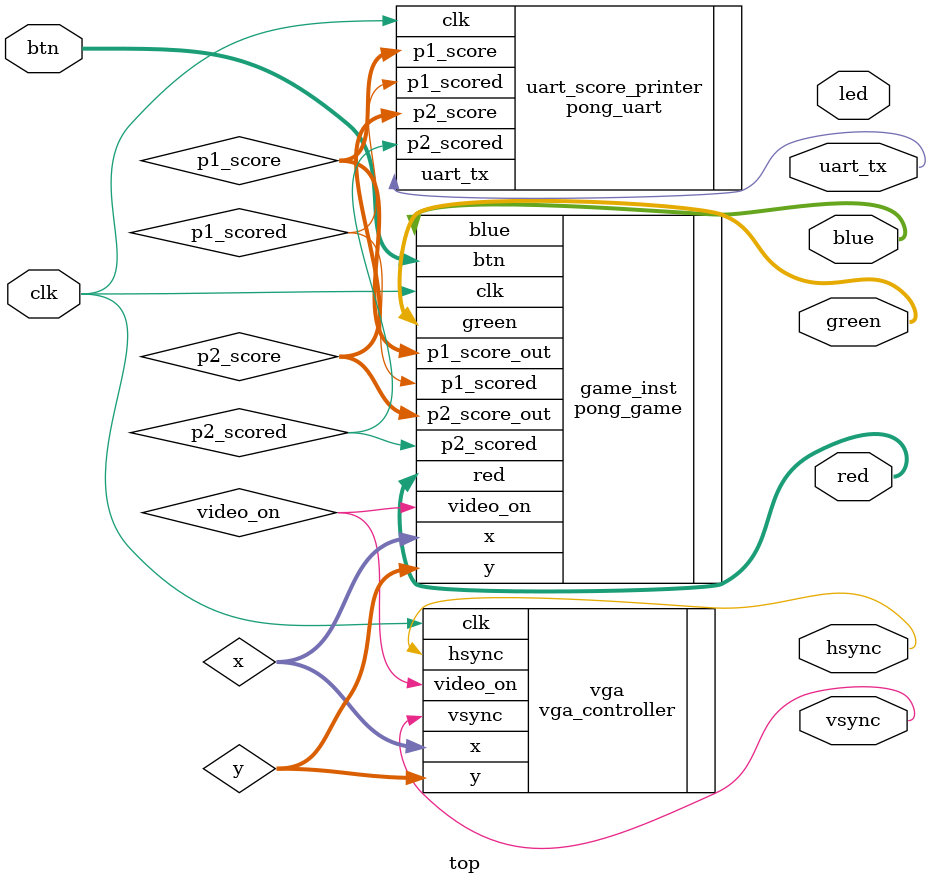
<source format=v>
`timescale 1ns / 1ps

module top (
    input wire clk,
    input wire [3:0] btn,
    output wire [3:0] red,
    output wire [3:0] green,
    output wire [3:0] blue,
    output wire hsync,
    output wire vsync,
    output wire uart_tx,
    output wire [3:0] led
);

    wire [9:0] x;
    wire [8:0] y;
    wire video_on;
    wire [2:0] p1_score, p2_score;
    wire p1_scored, p2_scored;

    // VGA Timing
    vga_controller vga (
        .clk(clk),
        .hsync(hsync),
        .vsync(vsync),
        .video_on(video_on),
        .x(x),
        .y(y)
    );

    // Pong Game Logic
    pong_game game_inst (
        .clk(clk),
        .x(x),
        .y(y),
        .video_on(video_on),
        .btn(btn),
        .red(red),
        .green(green),
        .blue(blue),
        .p1_scored(p1_scored),
        .p2_scored(p2_scored),
        .p1_score_out(p1_score),
        .p2_score_out(p2_score)
    );
    
    pong_uart uart_score_printer (
        .clk(clk),
        .p1_score(p1_score),
        .p2_score(p2_score),
        .p1_scored(p1_scored),
        .p2_scored(p2_scored),
        .uart_tx(uart_tx)
    );

endmodule
</source>
